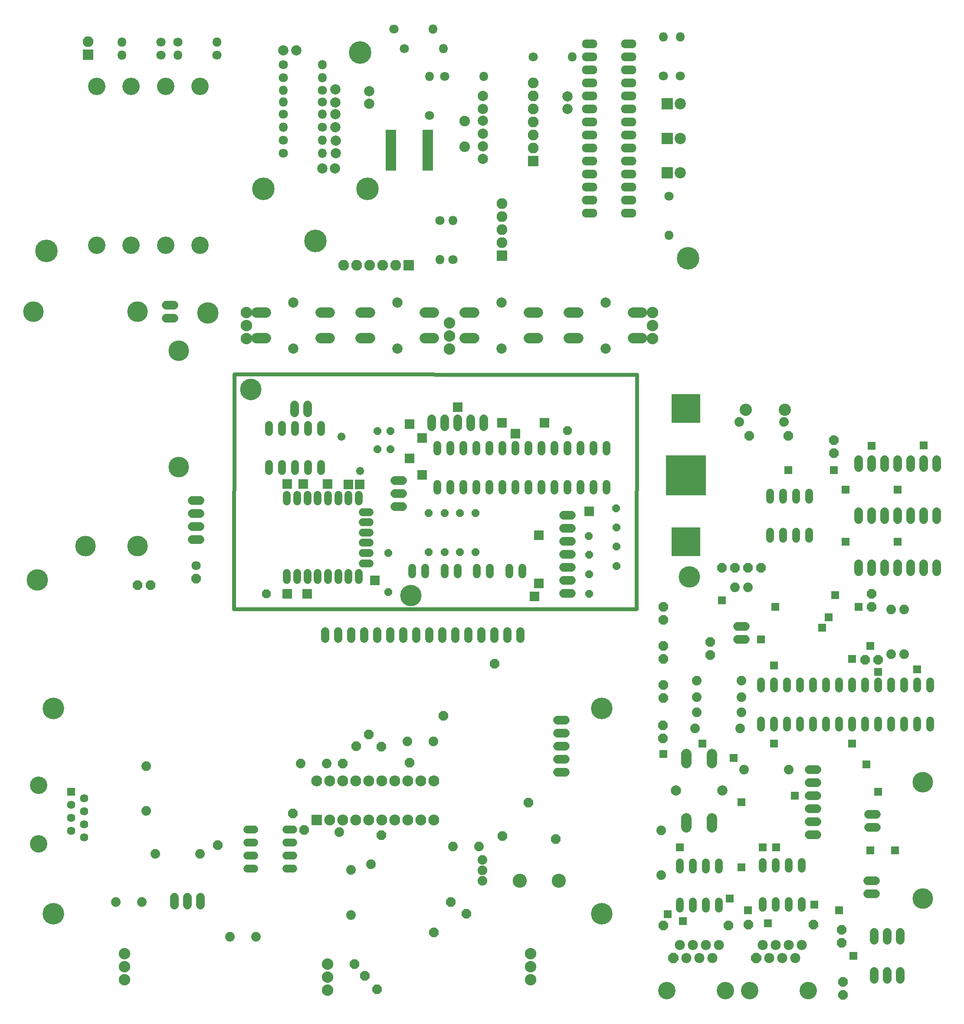
<source format=gbs>
%MOIN*%
%OFA0B0*%
%FSLAX46Y46*%
%IPPOS*%
%LPD*%
%AMOC8*
5,1,8,0,0,$1,22.5*%
%AMOC80*
5,1,8,0,0,$1,22.5*%
%AMCOMP1220*
4,1,7,
-0.01532587065323303,0.036999924786210982,
0.01532587065323303,0.036999924786210982,
0.036999924786210982,0.015325870653233032,
0.036999924786210982,-0.015325870653233029,
0.015325870653233034,-0.036999924786210982,
-0.015325870653233025,-0.036999924786210989,
-0.036999924786210975,-0.015325870653233053,
-0.036999924786210982,0.015325870653233039,
0*%
%AMOC81*
5,1,8,0,0,$1,112.5*%
%AMCOMP1270*
4,1,7,
-0.036999924786210982,-0.015325870653233029,
-0.036999924786210982,0.015325870653233032,
-0.01532587065323303,0.036999924786210982,
0.01532587065323303,0.036999924786210982,
0.036999924786210982,0.015325870653233032,
0.036999924786210989,-0.015325870653233029,
0.015325870653233049,-0.036999924786210975,
-0.015325870653233041,-0.036999924786210982,
0*%
%AMCOMP1280*
4,1,7,
-0.038999920720600774,-0.016154296093948327,
-0.038999920720600774,0.016154296093948334,
-0.01615429609394833,0.038999920720600774,
0.01615429609394833,0.038999920720600774,
0.038999920720600774,0.016154296093948334,
0.038999920720600774,-0.016154296093948327,
0.016154296093948351,-0.038999920720600767,
-0.016154296093948344,-0.038999920720600767,
0*%
%AMOC80*
5,1,8,0,0,$1,22.5*%
%AMOC81*
5,1,8,0,0,$1,112.5*%
%AMCOMP1350*
4,1,7,
-0.036999924786210982,-0.015325870653233029,
-0.036999924786210982,0.015325870653233032,
-0.01532587065323303,0.036999924786210982,
0.01532587065323303,0.036999924786210982,
0.036999924786210982,0.015325870653233032,
0.036999924786210989,-0.015325870653233029,
0.015325870653233049,-0.036999924786210975,
-0.015325870653233041,-0.036999924786210982,
0*%
%AMCOMP1360*
4,1,7,
-0.035499927835418645,-0.014704551572696551,
-0.035499927835418645,0.014704551572696557,
-0.014704551572696553,0.035499927835418645,
0.014704551572696553,0.035499927835418645,
0.035499927835418645,0.014704551572696557,
0.035499927835418651,-0.014704551572696551,
0.014704551572696574,-0.035499927835418638,
-0.014704551572696565,-0.035499927835418645,
0*%
%ADD10C,0.0785*%
%ADD11C,0.078869999999999982*%
%ADD12C,0.078999999999999987*%
%ADD13C,0.088*%
%ADD24C,0.16548*%
%ADD25C,0.074*%
%ADD26C,0.06*%
%ADD27C,0.068*%
%ADD28C,0.06737*%
%ADD29C,0.064*%
%ADD30R,0.064X0.064*%
%ADD31C,0.13398*%
%ADD32C,0.088*%
%ADD33R,0.084X0.084*%
%ADD34C,0.084*%
%ADD35C,0.108*%
%ADD36C,0.06343*%
%AMCOMP146*
4,1,7,
-0.01532587065323303,0.036999924786210982,
0.01532587065323303,0.036999924786210982,
0.036999924786210982,0.015325870653233032,
0.036999924786210982,-0.015325870653233029,
0.015325870653233034,-0.036999924786210982,
-0.015325870653233025,-0.036999924786210989,
-0.036999924786210975,-0.015325870653233053,
-0.036999924786210982,0.015325870653233039,
0*%
%ADD37COMP146,0.074*%
%ADD38C,0.16425*%
%AMCOMP147*
4,1,7,
-0.036999924786210982,-0.015325870653233029,
-0.036999924786210982,0.015325870653233032,
-0.01532587065323303,0.036999924786210982,
0.01532587065323303,0.036999924786210982,
0.036999924786210982,0.015325870653233032,
0.036999924786210989,-0.015325870653233029,
0.015325870653233049,-0.036999924786210975,
-0.015325870653233041,-0.036999924786210982,
0*%
%ADD39COMP147,0.074*%
%ADD40C,0.074*%
%ADD41C,0.06*%
%ADD42C,0.0785*%
%ADD43C,0.078869999999999982*%
%ADD44C,0.078999999999999987*%
%ADD45C,0.068*%
%ADD46R,0.22454X0.22454*%
%ADD47R,0.308X0.308*%
%ADD48C,0.078*%
%AMCOMP148*
4,1,7,
-0.038999920720600774,-0.016154296093948327,
-0.038999920720600774,0.016154296093948334,
-0.01615429609394833,0.038999920720600774,
0.01615429609394833,0.038999920720600774,
0.038999920720600774,0.016154296093948334,
0.038999920720600774,-0.016154296093948327,
0.016154296093948351,-0.038999920720600767,
-0.016154296093948344,-0.038999920720600767,
0*%
%ADD49COMP148,0.078*%
%ADD50C,0.13398*%
%ADD51C,0.15799999999999997*%
%ADD52C,0.06737*%
%ADD53C,0.094*%
%ADD54R,0.064X0.064*%
%ADD55C,0.17322834645669294*%
%ADD56C,0.13385826771653545*%
%ADD57C,0.07874015748031496*%
%ADD58R,0.086614173228346469X0.086614173228346469*%
%ADD59C,0.086614173228346469*%
%ADD60R,0.081748031496063X0.032748031496062993*%
%ADD61R,0.082677165354330714X0.082677165354330714*%
%ADD62O,0.082677165354330714X0.082677165354330714*%
%ADD63C,0.070866141732283464*%
%ADD64O,0.070866141732283464X0.070866141732283464*%
%ADD65O,0.11974803149606299X0.067748031496063*%
%ADD66C,0.081748031496063*%
%ADD67C,0.030000000000000002*%
%ADD68C,0*%
%ADD69C,0.16425*%
%ADD70P,0.064943385826771657X8X292.5*%
%ADD71P,0.064943385826771657X8X202.5*%
%ADD72C,0.060000000000000005*%
%ADD73P,0.064943385826771657X8X247.5*%
%ADD74P,0.064943385826771657X8X112.5*%
%ADD75P,0.064943385826771657X8X22.5*%
%ADD76P,0.064943385826771657X8X141.2*%
%ADD77C,0.067369960629921261*%
%ADD78C,0.067370078740157491*%
%ADD79C,0.068*%
%ADD80P,0.073602519685039378X8X22.5*%
%ADD81R,0.074X0.074*%
%ADD82C,0.16425*%
%AMCOMP149*
4,1,7,
-0.036999924786210982,-0.015325870653233029,
-0.036999924786210982,0.015325870653233032,
-0.01532587065323303,0.036999924786210982,
0.01532587065323303,0.036999924786210982,
0.036999924786210982,0.015325870653233032,
0.036999924786210989,-0.015325870653233029,
0.015325870653233049,-0.036999924786210975,
-0.015325870653233041,-0.036999924786210982,
0*%
%ADD83COMP149,0.074*%
%AMCOMP150*
4,1,7,
-0.035499927835418645,-0.014704551572696551,
-0.035499927835418645,0.014704551572696557,
-0.014704551572696553,0.035499927835418645,
0.014704551572696553,0.035499927835418645,
0.035499927835418645,0.014704551572696557,
0.035499927835418651,-0.014704551572696551,
0.014704551572696574,-0.035499927835418638,
-0.014704551572696565,-0.035499927835418645,
0*%
%ADD84COMP150,0.071*%
%ADD85C,0.071*%
%ADD86C,0.15799999999999997*%
%ADD87C,0.06737*%
G75*
D10*
X0001830950Y0005086620D02*
X0001901450Y0005086620D01*
X0002322950Y0005086620D02*
X0002393450Y0005086620D01*
X0002630930Y0005086620D02*
X0002701430Y0005086620D01*
X0003122930Y0005086620D02*
X0003193430Y0005086620D01*
X0003430900Y0005086620D02*
X0003501400Y0005086620D01*
X0003922900Y0005086620D02*
X0003993400Y0005086620D01*
X0004230950Y0005086620D02*
X0004301450Y0005086620D01*
X0004722950Y0005086620D02*
X0004793450Y0005086620D01*
X0004793450Y0005282620D02*
X0004722950Y0005282620D01*
X0004301450Y0005282620D02*
X0004230950Y0005282620D01*
X0003993400Y0005282620D02*
X0003922900Y0005282620D01*
X0003501400Y0005282620D02*
X0003430900Y0005282620D01*
X0003193430Y0005282620D02*
X0003122930Y0005282620D01*
X0002701430Y0005282620D02*
X0002630930Y0005282620D01*
X0002393450Y0005282620D02*
X0002322950Y0005282620D01*
X0001901450Y0005282620D02*
X0001830950Y0005282620D01*
D11*
X0002112200Y0005007620D03*
X0002912180Y0005007620D03*
X0003712150Y0005007620D03*
X0004512200Y0005007620D03*
D12*
X0004512200Y0005361620D03*
X0003712150Y0005361620D03*
X0002912180Y0005361620D03*
X0002112200Y0005361620D03*
D13*
X0001752420Y0005283000D03*
X0001752420Y0005182999D03*
X0001752420Y0005083000D03*
X0003312420Y0005103900D03*
X0003312420Y0005003900D03*
X0003312420Y0005203900D03*
X0004872430Y0005182709D03*
X0004872430Y0005082710D03*
X0004872430Y0005282709D03*
G04 next file*
G75*
D24*
X-0000157480Y-0000393700D02*
X0000268650Y0000668620D03*
X0000268650Y0002242620D03*
X0004481250Y0002242620D03*
X0004481250Y0000668620D03*
D25*
X0003565440Y0000921620D03*
X0003565440Y0001001620D03*
X0003565440Y0001081620D03*
X0003539440Y0001182620D03*
X0003339440Y0001182620D03*
X0002710360Y0001048700D03*
X0002556440Y0001002119D03*
X0002466760Y0001292290D03*
X0002368440Y0001821620D03*
X0002168440Y0001821620D03*
X0002989440Y0001989620D03*
X0003189440Y0001989620D03*
X0001396940Y0001128620D03*
X0001052440Y0001128620D03*
X0000981440Y0001456120D03*
X0000981440Y0001800620D03*
X0000950440Y0000756620D03*
X0000750440Y0000756620D03*
X0001627440Y0000491620D03*
X0001827440Y0000491620D03*
X0002556440Y0000657620D03*
D26*
X0002111440Y0001014620D02*
X0002059440Y0001014620D01*
X0002059440Y0001114620D02*
X0002111440Y0001114620D01*
X0002111440Y0001214620D02*
X0002059440Y0001214620D01*
X0002059440Y0001314620D02*
X0002111440Y0001314620D01*
X0001811440Y0001314620D02*
X0001759440Y0001314620D01*
X0001759440Y0001214620D02*
X0001811440Y0001214620D01*
X0001811440Y0001114620D02*
X0001759440Y0001114620D01*
X0001759440Y0001014620D02*
X0001811440Y0001014620D01*
D27*
X0001399440Y0000792620D02*
X0001399440Y0000732620D01*
X0001299440Y0000732620D02*
X0001299440Y0000792620D01*
X0001199440Y0000792620D02*
X0001199440Y0000732620D01*
D28*
X0004142750Y0001753620D02*
X0004202120Y0001753620D01*
X0004202120Y0001853620D02*
X0004142750Y0001853620D01*
X0004142750Y0001953620D02*
X0004202120Y0001953620D01*
X0004202120Y0002053620D02*
X0004142750Y0002053620D01*
X0004142750Y0002153620D02*
X0004202120Y0002153620D01*
D29*
X0000505009Y0001554440D03*
X0000405010Y0001504440D03*
X0000405010Y0001404440D03*
X0000505009Y0001454440D03*
X0000505009Y0001354440D03*
X0000405010Y0001304440D03*
X0000505009Y0001254440D03*
D30*
X0000405010Y0001604440D03*
D31*
X0000155010Y0001654440D03*
X0000155010Y0001204440D03*
D32*
X0000817740Y0000160620D03*
X0000817740Y0000260620D03*
X0000817740Y0000360619D03*
X0002377050Y0000281880D03*
X0002377050Y0000181880D03*
X0002377050Y0000081880D03*
X0003936740Y0000160620D03*
X0003936740Y0000260620D03*
X0003936740Y0000360619D03*
D33*
X0002291440Y0001387620D03*
D34*
X0002391440Y0001387620D03*
X0002491440Y0001387620D03*
X0002591440Y0001387620D03*
X0002691440Y0001387620D03*
X0002791440Y0001387620D03*
X0002891440Y0001387620D03*
X0002991440Y0001387620D03*
X0003091440Y0001387620D03*
X0003191440Y0001387620D03*
X0003191440Y0001687620D03*
X0003091440Y0001687620D03*
X0002991440Y0001687620D03*
X0002891440Y0001687620D03*
X0002791440Y0001687620D03*
X0002691440Y0001687620D03*
X0002591440Y0001687620D03*
X0002491440Y0001687620D03*
X0002391440Y0001687620D03*
X0002291440Y0001687620D03*
D35*
X0003851440Y0000920619D03*
X0004151440Y0000920619D03*
D36*
X0003856440Y0002781900D02*
X0003856440Y0002837340D01*
X0003756440Y0002837340D02*
X0003756440Y0002781900D01*
X0003656439Y0002781900D02*
X0003656439Y0002837340D01*
X0003556440Y0002837340D02*
X0003556440Y0002781900D01*
X0003456440Y0002781900D02*
X0003456440Y0002837340D01*
X0003356440Y0002837340D02*
X0003356440Y0002781900D01*
X0003256439Y0002781900D02*
X0003256439Y0002837340D01*
X0003156440Y0002837340D02*
X0003156440Y0002781900D01*
X0003056440Y0002781900D02*
X0003056440Y0002837340D01*
X0002956440Y0002837340D02*
X0002956440Y0002781900D01*
X0002856439Y0002781900D02*
X0002856439Y0002837340D01*
X0002756440Y0002837340D02*
X0002756440Y0002781900D01*
X0002656440Y0002781900D02*
X0002656440Y0002837340D01*
X0002556440Y0002837340D02*
X0002556440Y0002781900D01*
X0002456440Y0002781900D02*
X0002456440Y0002837340D01*
X0002356440Y0002837340D02*
X0002356440Y0002781900D01*
D37*
X0003265440Y0002187620D03*
X0002790440Y0001950620D03*
X0002692440Y0002044620D03*
X0002596440Y0001952620D03*
X0002493440Y0001819620D03*
X0003004440Y0001827620D03*
X0002790440Y0001271620D03*
X0002195440Y0001310620D03*
X0002110440Y0001437620D03*
X0001533440Y0001194620D03*
X0002582440Y0000280620D03*
X0002663440Y0000189619D03*
X0002755440Y0000088620D03*
X0003191440Y0000523620D03*
X0003192440Y0000522620D03*
X0003443440Y0000667620D03*
X0003322440Y0000758620D03*
X0003718440Y0001264620D03*
X0003920440Y0001521620D03*
X0004130440Y0001241620D03*
X0003658440Y0002588619D03*
G04 next file*
G75*
D38*
X0007795270Y-0000236220D02*
X0005155939Y0003254700D03*
D39*
X0004955940Y0003024700D03*
X0004955940Y0002924700D03*
X0004955940Y0002724700D03*
X0004955940Y0002624700D03*
X0004955940Y0002424700D03*
X0004955940Y0002324700D03*
X0004953440Y0002113450D03*
X0004953440Y0002013450D03*
X0005315940Y0002654700D03*
X0005315940Y0002754700D03*
X0005405940Y0003324700D03*
X0005505940Y0003324700D03*
X0005605940Y0003324700D03*
X0005705940Y0003324700D03*
X0005617190Y0004335950D03*
X0005917190Y0004335950D03*
X0006265940Y0004304700D03*
X0006265940Y0004204700D03*
X0006555940Y0003124700D03*
X0006555940Y0003024700D03*
X0006605940Y0002618450D03*
X0006505940Y0002618450D03*
X0006110940Y0000582200D03*
X0006325940Y0000544700D03*
X0006325940Y0000444700D03*
X0006335940Y0000144700D03*
X0006335940Y0000044700D03*
X0005610940Y0000582200D03*
X0005455940Y0000577200D03*
X0004955940Y0000577200D03*
D40*
X0004939690Y0000962700D03*
X0004939690Y0001307200D03*
X0005200190Y0002090949D03*
X0005212190Y0002213450D03*
X0005212190Y0002330950D03*
X0005212190Y0002458450D03*
X0005556690Y0002458450D03*
X0005556690Y0002330950D03*
X0005556690Y0002213450D03*
X0005544690Y0002090949D03*
X0005574760Y0001775140D03*
X0005919260Y0001775140D03*
X0006705940Y0002659700D03*
X0006805940Y0002659700D03*
X0006805940Y0003004200D03*
X0006705940Y0003004200D03*
X0005883440Y0004442200D03*
X0005538940Y0004442200D03*
X0005505940Y0003174700D03*
X0005605940Y0003174700D03*
D41*
X0005775940Y0003548700D02*
X0005775940Y0003600700D01*
X0005875940Y0003600700D02*
X0005875940Y0003548700D01*
X0005975940Y0003548700D02*
X0005975940Y0003600700D01*
X0006075940Y0003600700D02*
X0006075940Y0003548700D01*
X0006075940Y0003848700D02*
X0006075940Y0003900699D01*
X0005975940Y0003900699D02*
X0005975940Y0003848700D01*
X0005875940Y0003848700D02*
X0005875940Y0003900699D01*
X0005775940Y0003900699D02*
X0005775940Y0003848700D01*
X0005805940Y0002450700D02*
X0005805940Y0002398700D01*
X0005705940Y0002398700D02*
X0005705940Y0002450700D01*
X0005705940Y0002150700D02*
X0005705940Y0002098700D01*
X0005805940Y0002098700D02*
X0005805940Y0002150700D01*
X0005905940Y0002150700D02*
X0005905940Y0002098700D01*
X0006005940Y0002098700D02*
X0006005940Y0002150700D01*
X0006105940Y0002150700D02*
X0006105940Y0002098700D01*
X0006205940Y0002098700D02*
X0006205940Y0002150700D01*
X0006305940Y0002150700D02*
X0006305940Y0002098700D01*
X0006405940Y0002098700D02*
X0006405940Y0002150700D01*
X0006505940Y0002150700D02*
X0006505940Y0002098700D01*
X0006605940Y0002098700D02*
X0006605940Y0002150700D01*
X0006705940Y0002150700D02*
X0006705940Y0002098700D01*
X0006805940Y0002098700D02*
X0006805940Y0002150700D01*
X0006905940Y0002150700D02*
X0006905940Y0002098700D01*
X0007005940Y0002098700D02*
X0007005940Y0002150700D01*
X0007005940Y0002398700D02*
X0007005940Y0002450700D01*
X0006905940Y0002450700D02*
X0006905940Y0002398700D01*
X0006805940Y0002398700D02*
X0006805940Y0002450700D01*
X0006705940Y0002450700D02*
X0006705940Y0002398700D01*
X0006605940Y0002398700D02*
X0006605940Y0002450700D01*
X0006505940Y0002450700D02*
X0006505940Y0002398700D01*
X0006405940Y0002398700D02*
X0006405940Y0002450700D01*
X0006305940Y0002450700D02*
X0006305940Y0002398700D01*
X0006205940Y0002398700D02*
X0006205940Y0002450700D01*
X0006105940Y0002450700D02*
X0006105940Y0002398700D01*
X0006005940Y0002398700D02*
X0006005940Y0002450700D01*
X0005905940Y0002450700D02*
X0005905940Y0002398700D01*
X0005919690Y0001064450D02*
X0005919690Y0001012450D01*
X0006019689Y0001012450D02*
X0006019689Y0001064450D01*
X0005819690Y0001064450D02*
X0005819690Y0001012450D01*
X0005719690Y0001012450D02*
X0005719690Y0001064450D01*
X0005719690Y0000764450D02*
X0005719690Y0000712450D01*
X0005819690Y0000712450D02*
X0005819690Y0000764450D01*
X0005919690Y0000764450D02*
X0005919690Y0000712450D01*
X0006019689Y0000712450D02*
X0006019689Y0000764450D01*
X0005382190Y0000759450D02*
X0005382190Y0000707450D01*
X0005282190Y0000707450D02*
X0005282190Y0000759450D01*
X0005182190Y0000759450D02*
X0005182190Y0000707450D01*
X0005082190Y0000707450D02*
X0005082190Y0000759450D01*
X0005082190Y0001007450D02*
X0005082190Y0001059450D01*
X0005182190Y0001059450D02*
X0005182190Y0001007450D01*
X0005282190Y0001007450D02*
X0005282190Y0001059450D01*
X0005382190Y0001059450D02*
X0005382190Y0001007450D01*
D42*
X0005328940Y0001330950D02*
X0005328940Y0001401449D01*
X0005132940Y0001401449D02*
X0005132940Y0001330950D01*
X0005132940Y0001822949D02*
X0005132940Y0001893450D01*
X0005328940Y0001893450D02*
X0005328940Y0001822949D01*
D43*
X0005407940Y0001612200D03*
D44*
X0005053940Y0001612200D03*
D45*
X0005525940Y0002774700D02*
X0005585940Y0002774700D01*
X0005585940Y0002874700D02*
X0005525940Y0002874700D01*
X0006075940Y0001774700D02*
X0006135940Y0001774700D01*
X0006135940Y0001674700D02*
X0006075940Y0001674700D01*
X0006075940Y0001574700D02*
X0006135940Y0001574700D01*
X0006135940Y0001474700D02*
X0006075940Y0001474700D01*
X0006075940Y0001374700D02*
X0006135940Y0001374700D01*
X0006135940Y0001274700D02*
X0006075940Y0001274700D01*
X0006575940Y0000524700D02*
X0006575940Y0000464700D01*
X0006675940Y0000464700D02*
X0006675940Y0000524700D01*
X0006775940Y0000524700D02*
X0006775940Y0000464700D01*
X0006775940Y0000224700D02*
X0006775940Y0000164699D01*
X0006675940Y0000164699D02*
X0006675940Y0000224700D01*
X0006575940Y0000224700D02*
X0006575940Y0000164699D01*
D46*
X0005128439Y0003522880D03*
X0005128439Y0004546510D03*
D47*
X0005128439Y0004034700D03*
D48*
X0005082120Y0000426270D03*
X0005132120Y0000326270D03*
X0005182120Y0000426270D03*
X0005232120Y0000326270D03*
X0005282120Y0000426270D03*
X0005332120Y0000326270D03*
X0005382120Y0000426270D03*
X0005719620Y0000426270D03*
X0005769620Y0000326270D03*
X0005819620Y0000426270D03*
X0005869620Y0000326270D03*
X0005919620Y0000426270D03*
X0005969620Y0000326270D03*
X0006019620Y0000426270D03*
D49*
X0005669620Y0000326270D03*
X0005032120Y0000326270D03*
D50*
X0004982120Y0000076270D03*
X0005432120Y0000076270D03*
X0005619620Y0000076270D03*
X0006069620Y0000076270D03*
D51*
X0006949840Y0000782310D03*
X0006949840Y0001676010D03*
D52*
X0006591870Y0001429700D02*
X0006532499Y0001429700D01*
X0006532499Y0001329700D02*
X0006591870Y0001329700D01*
X0006586870Y0000919700D02*
X0006527500Y0000919700D01*
X0006527500Y0000819700D02*
X0006586870Y0000819700D01*
X0006555940Y0003295010D02*
X0006555940Y0003354380D01*
X0006655940Y0003354380D02*
X0006655940Y0003295010D01*
X0006755940Y0003295010D02*
X0006755940Y0003354380D01*
X0006855940Y0003354380D02*
X0006855940Y0003295010D01*
X0006955940Y0003295010D02*
X0006955940Y0003354380D01*
X0007055940Y0003354380D02*
X0007055940Y0003295010D01*
X0007055940Y0003695010D02*
X0007055940Y0003754380D01*
X0006955940Y0003754380D02*
X0006955940Y0003695010D01*
X0006855940Y0003695010D02*
X0006855940Y0003754380D01*
X0006755940Y0003754380D02*
X0006755940Y0003695010D01*
X0006655940Y0003695010D02*
X0006655940Y0003754380D01*
X0006555940Y0003754380D02*
X0006555940Y0003695010D01*
X0006455940Y0003695010D02*
X0006455940Y0003754380D01*
X0006455940Y0004095010D02*
X0006455940Y0004154379D01*
X0006555940Y0004154379D02*
X0006555940Y0004095010D01*
X0006655940Y0004095010D02*
X0006655940Y0004154379D01*
X0006755940Y0004154379D02*
X0006755940Y0004095010D01*
X0006855940Y0004095010D02*
X0006855940Y0004154379D01*
X0006955940Y0004154379D02*
X0006955940Y0004095010D01*
X0007055940Y0004095010D02*
X0007055940Y0004154379D01*
X0006455940Y0003354380D02*
X0006455940Y0003295010D01*
D53*
X0005888440Y0004537200D03*
X0005588439Y0004537200D03*
D54*
X0005914690Y0004074700D03*
X0006265940Y0004074700D03*
X0006355940Y0003924699D03*
X0006555940Y0004259700D03*
X0006755940Y0003924699D03*
X0006955940Y0004264700D03*
X0006755940Y0003524700D03*
X0006455940Y0003024700D03*
X0006275940Y0003114700D03*
X0006225940Y0002944700D03*
X0006175939Y0002864700D03*
X0006405940Y0002624700D03*
X0006545940Y0002724700D03*
X0006605940Y0002524700D03*
X0006905940Y0002542200D03*
X0006515939Y0001814700D03*
X0006405940Y0001974700D03*
X0006605940Y0001604700D03*
X0006545940Y0001154700D03*
X0006735940Y0001154700D03*
X0006305940Y0000694700D03*
X0006117190Y0000738450D03*
X0005823440Y0001177200D03*
X0005719690Y0001175950D03*
X0005555940Y0001024700D03*
X0005464690Y0000784700D03*
X0005605940Y0000694700D03*
X0005758440Y0000593450D03*
X0005555940Y0001524700D03*
X0005495939Y0001865200D03*
X0005255939Y0001974700D03*
X0004955940Y0001894700D03*
X0005083440Y0001175950D03*
X0004990940Y0000663450D03*
X0005105940Y0000610950D03*
X0005805940Y0001974700D03*
X0005965940Y0001574700D03*
X0005805940Y0002574700D03*
X0005705940Y0002774700D03*
X0005815940Y0003024700D03*
X0005405940Y0003074700D03*
X0006355940Y0003524700D03*
X0006415940Y0000344699D03*
G04 next file*
G04 #@! TF.GenerationSoftware,KiCad,Pcbnew,(5.0.0)*
G04 #@! TF.CreationDate,2019-03-14T19:33:34-04:00*
G04 #@! TF.ProjectId,Power Sense 3.0,506F7765722053656E736520332E302E,rev?*
G04 #@! TF.SameCoordinates,Original*
G04 #@! TF.FileFunction,Soldermask,Bot*
G04 #@! TF.FilePolarity,Negative*
G04 Gerber Fmt 4.6, Leading zero omitted, Abs format (unit mm)*
G04 Created by KiCad (PCBNEW (5.0.0)) date 03/14/19 19:33:34*
G01*
G04 APERTURE LIST*
G04 APERTURE END LIST*
D55*
G04 #@! TO.C,REF\002A\002A*
X-0002480314Y0009606299D02*
X0000214685Y0005756299D03*
G04 #@! TD*
D56*
G04 #@! TO.C,T2*
X0001397185Y0007021299D03*
X0001132185Y0007021299D03*
X0000867185Y0007021299D03*
X0000602185Y0007021299D03*
X0001397185Y0005801299D03*
X0001132185Y0005801299D03*
X0000867185Y0005801299D03*
X0000602185Y0005801299D03*
G04 #@! TD*
D57*
G04 #@! TO.C,C1*
X0002439685Y0006506299D03*
X0002439685Y0006604724D03*
G04 #@! TD*
G04 #@! TO.C,C2*
X0002434685Y0006806299D03*
X0002434685Y0006707874D03*
G04 #@! TD*
G04 #@! TO.C,C3*
X0002434685Y0006897874D03*
X0002434685Y0006996299D03*
G04 #@! TD*
G04 #@! TO.C,C4*
X0002134685Y0007296299D03*
X0002036259Y0007296299D03*
G04 #@! TD*
G04 #@! TO.C,C5*
X0002694685Y0006984724D03*
X0002694685Y0006886299D03*
G04 #@! TD*
G04 #@! TO.C,C6*
X0002334685Y0006391299D03*
X0002433110Y0006391299D03*
G04 #@! TD*
G04 #@! TO.C,C7*
X0003569685Y0006946299D03*
X0003569685Y0006847874D03*
G04 #@! TD*
G04 #@! TO.C,C8*
X0003569685Y0006561299D03*
X0003569685Y0006462873D03*
G04 #@! TD*
G04 #@! TO.C,C9*
X0003569685Y0006756299D03*
X0003569685Y0006657874D03*
G04 #@! TD*
G04 #@! TO.C,C10*
X0004219685Y0006846299D03*
X0004219685Y0006944724D03*
G04 #@! TD*
D58*
G04 #@! TO.C,D1*
X0004984685Y0006356299D03*
D59*
X0005084685Y0006356299D03*
G04 #@! TD*
D58*
G04 #@! TO.C,D2*
X0004984685Y0006886299D03*
D59*
X0005084685Y0006886299D03*
G04 #@! TD*
D58*
G04 #@! TO.C,D3*
X0004984685Y0006621299D03*
D59*
X0005084685Y0006621299D03*
G04 #@! TD*
D60*
G04 #@! TO.C,IC1*
X0002862185Y0006390551D03*
X0002862185Y0006416141D03*
X0002862185Y0006441732D03*
X0002862185Y0006467322D03*
X0002862185Y0006492913D03*
X0002862185Y0006518503D03*
X0002862185Y0006544094D03*
X0002862185Y0006569685D03*
X0002862185Y0006595275D03*
X0002862185Y0006620866D03*
X0002862185Y0006646456D03*
X0002862185Y0006672047D03*
X0003147185Y0006672047D03*
X0003147185Y0006646456D03*
X0003147185Y0006620866D03*
X0003147185Y0006595275D03*
X0003147185Y0006569685D03*
X0003147185Y0006544094D03*
X0003147185Y0006518504D03*
X0003147185Y0006492913D03*
X0003147185Y0006467322D03*
X0003147185Y0006441732D03*
X0003147185Y0006416141D03*
X0003147185Y0006390551D03*
G04 #@! TD*
D61*
G04 #@! TO.C,J1*
X0000537685Y0007263299D03*
D62*
X0000537685Y0007363299D03*
G04 #@! TD*
D61*
G04 #@! TO.C,J2*
X0003714685Y0005721299D03*
D62*
X0003714685Y0005821299D03*
X0003714685Y0005921299D03*
X0003714685Y0006021299D03*
X0003714685Y0006121299D03*
G04 #@! TD*
D63*
G04 #@! TO.C,R2*
X0002034685Y0006506299D03*
D64*
X0002334685Y0006506299D03*
G04 #@! TD*
D63*
G04 #@! TO.C,R3*
X0002334685Y0006706299D03*
D64*
X0002034685Y0006706299D03*
G04 #@! TD*
D63*
G04 #@! TO.C,R6*
X0002034685Y0006606299D03*
D64*
X0002334685Y0006606299D03*
G04 #@! TD*
D63*
G04 #@! TO.C,R7*
X0002034685Y0006806299D03*
D64*
X0002334685Y0006806299D03*
G04 #@! TD*
D63*
G04 #@! TO.C,R8*
X0002034685Y0007086299D03*
D64*
X0002334685Y0007086299D03*
G04 #@! TD*
D63*
G04 #@! TO.C,R9*
X0002034685Y0007186299D03*
D64*
X0002334685Y0007186299D03*
G04 #@! TD*
D63*
G04 #@! TO.C,R10*
X0004999685Y0006176299D03*
D64*
X0004999685Y0005876299D03*
G04 #@! TD*
D63*
G04 #@! TO.C,R11*
X0003239685Y0005991299D03*
D64*
X0003239685Y0005691299D03*
G04 #@! TD*
D63*
G04 #@! TO.C,R13*
X0003339685Y0005691299D03*
D64*
X0003339685Y0005991299D03*
G04 #@! TD*
D63*
G04 #@! TO.C,R14*
X0003274685Y0007096299D03*
D64*
X0003574685Y0007096299D03*
G04 #@! TD*
D63*
G04 #@! TO.C,R17*
X0002884685Y0007461299D03*
D64*
X0003184685Y0007461299D03*
G04 #@! TD*
D63*
G04 #@! TO.C,R18*
X0002964685Y0007311299D03*
D64*
X0003264685Y0007311299D03*
G04 #@! TD*
D63*
G04 #@! TO.C,R19*
X0003954685Y0007246299D03*
D64*
X0004254685Y0007246299D03*
G04 #@! TD*
D63*
G04 #@! TO.C,R21*
X0003159685Y0006796299D03*
D64*
X0003159685Y0007096299D03*
G04 #@! TD*
D63*
G04 #@! TO.C,R22*
X0005084685Y0007101299D03*
D64*
X0005084685Y0007401299D03*
G04 #@! TD*
D63*
G04 #@! TO.C,R23*
X0004954685Y0007101299D03*
D64*
X0004954685Y0007401299D03*
G04 #@! TD*
D55*
G04 #@! TO.C,T1*
X0002282185Y0005834192D03*
X0001882185Y0006233405D03*
X0002682185Y0006233405D03*
G04 #@! TD*
D65*
G04 #@! TO.C,U1*
X0004689685Y0006046299D03*
X0004689685Y0006146299D03*
X0004689685Y0006246299D03*
X0004689685Y0006346299D03*
X0004689685Y0006446299D03*
X0004689685Y0006546299D03*
X0004689685Y0006646299D03*
X0004689685Y0006746299D03*
X0004689685Y0006846299D03*
X0004689685Y0006946299D03*
X0004689685Y0007046299D03*
X0004689685Y0007146299D03*
X0004689685Y0007246299D03*
X0004689685Y0007346299D03*
X0004389685Y0007346299D03*
X0004389685Y0007246299D03*
X0004389685Y0007146299D03*
X0004389685Y0007046299D03*
X0004389685Y0006946299D03*
X0004389685Y0006846299D03*
X0004389685Y0006746299D03*
X0004389685Y0006646299D03*
X0004389685Y0006546299D03*
X0004389685Y0006446299D03*
X0004389685Y0006346299D03*
X0004389685Y0006246299D03*
X0004389685Y0006146299D03*
X0004389685Y0006046299D03*
G04 #@! TD*
D66*
G04 #@! TO.C,Y1*
X0003429685Y0006557874D03*
X0003429685Y0006754724D03*
G04 #@! TD*
D63*
G04 #@! TO.C,R12*
X0002334685Y0006991299D03*
D64*
X0002034685Y0006991299D03*
G04 #@! TD*
D63*
G04 #@! TO.C,R1*
X0001524685Y0007261299D03*
D64*
X0001224685Y0007261299D03*
G04 #@! TD*
D63*
G04 #@! TO.C,R4*
X0001224685Y0007361299D03*
D64*
X0001524685Y0007361299D03*
G04 #@! TD*
G04 #@! TO.C,R5*
X0002034685Y0006901299D03*
D63*
X0002334685Y0006901299D03*
G04 #@! TD*
D62*
G04 #@! TO.C,J4*
X0002499685Y0005646299D03*
X0002599685Y0005646299D03*
X0002699685Y0005646299D03*
X0002799685Y0005646299D03*
X0002899685Y0005646299D03*
D61*
X0002999685Y0005646299D03*
G04 #@! TD*
D63*
G04 #@! TO.C,R20*
X0001094685Y0007261299D03*
D64*
X0000794685Y0007261299D03*
G04 #@! TD*
G04 #@! TO.C,R24*
X0000794685Y0007361299D03*
D63*
X0001094685Y0007361299D03*
G04 #@! TD*
D61*
G04 #@! TO.C,J3*
X0003954685Y0006446299D03*
D62*
X0003954685Y0006546299D03*
X0003954685Y0006646299D03*
X0003954685Y0006746299D03*
X0003954685Y0006846299D03*
X0003954685Y0006946299D03*
X0003954685Y0007046299D03*
G04 #@! TD*
D55*
G04 #@! TO.C,REF\002A\002A*
X0005144685Y0005701299D03*
G04 #@! TD*
G04 #@! TO.C,REF\002A\002A*
X0002624685Y0007281299D03*
G04 #@! TD*
G04 next file*
G04 EAGLE Gerber RS-274X export*
G75*
G01*
D67*
X0001657543Y0003007377D02*
X0004750043Y0003007377D01*
X0004752582Y0004808456D01*
X0001660082Y0004810996D01*
X0001657543Y0003007377D01*
D68*
X0001707496Y0004692657D02*
X0001707519Y0004694574D01*
X0001707590Y0004696492D01*
X0001707708Y0004698405D01*
X0001707874Y0004700314D01*
X0001708082Y0004702220D01*
X0001708342Y0004704122D01*
X0001708645Y0004706015D01*
X0001708996Y0004707897D01*
X0001709393Y0004709775D01*
X0001709838Y0004711641D01*
X0001710326Y0004713496D01*
X0001710854Y0004715334D01*
X0001711440Y0004717165D01*
X0001712062Y0004718976D01*
X0001712732Y0004720775D01*
X0001713444Y0004722555D01*
X0001714196Y0004724318D01*
X0001714992Y0004726059D01*
X0001715838Y0004727783D01*
X0001716720Y0004729484D01*
X0001717645Y0004731165D01*
X0001718610Y0004732822D01*
X0001719618Y0004734452D01*
X0001720661Y0004736062D01*
X0001721748Y0004737641D01*
X0001722870Y0004739196D01*
X0001724031Y0004740724D01*
X0001725228Y0004742220D01*
X0001726464Y0004743688D01*
X0001727736Y0004745122D01*
X0001729039Y0004746527D01*
X0001730377Y0004747901D01*
X0001731751Y0004749240D01*
X0001733157Y0004750543D01*
X0001734590Y0004751814D01*
X0001736059Y0004753051D01*
X0001737551Y0004754248D01*
X0001739082Y0004755409D01*
X0001740637Y0004756531D01*
X0001742216Y0004757618D01*
X0001743826Y0004758661D01*
X0001745456Y0004759669D01*
X0001747114Y0004760633D01*
X0001748795Y0004761559D01*
X0001750496Y0004762440D01*
X0001752220Y0004763283D01*
X0001753960Y0004764082D01*
X0001755724Y0004764834D01*
X0001757503Y0004765547D01*
X0001759303Y0004766216D01*
X0001761114Y0004766838D01*
X0001762940Y0004767421D01*
X0001764783Y0004767952D01*
X0001766637Y0004768440D01*
X0001768503Y0004768885D01*
X0001770381Y0004769283D01*
X0001772263Y0004769633D01*
X0001774157Y0004769937D01*
X0001776059Y0004770196D01*
X0001777964Y0004770405D01*
X0001779870Y0004770570D01*
X0001781783Y0004770688D01*
X0001783704Y0004770759D01*
X0001785622Y0004770783D01*
X0001787539Y0004770759D01*
X0001789456Y0004770688D01*
X0001791370Y0004770570D01*
X0001793279Y0004770405D01*
X0001795185Y0004770196D01*
X0001797086Y0004769937D01*
X0001798980Y0004769633D01*
X0001800862Y0004769283D01*
X0001802740Y0004768885D01*
X0001804606Y0004768440D01*
X0001806460Y0004767952D01*
X0001808299Y0004767421D01*
X0001810129Y0004766838D01*
X0001811940Y0004766216D01*
X0001813740Y0004765547D01*
X0001815515Y0004764834D01*
X0001817283Y0004764082D01*
X0001819023Y0004763283D01*
X0001820748Y0004762440D01*
X0001822448Y0004761559D01*
X0001824129Y0004760633D01*
X0001825787Y0004759669D01*
X0001827417Y0004758661D01*
X0001829027Y0004757618D01*
X0001830606Y0004756531D01*
X0001832161Y0004755409D01*
X0001833688Y0004754248D01*
X0001835185Y0004753051D01*
X0001836649Y0004751814D01*
X0001838082Y0004750543D01*
X0001839492Y0004749240D01*
X0001840866Y0004747901D01*
X0001842204Y0004746527D01*
X0001843507Y0004745122D01*
X0001844779Y0004743688D01*
X0001846015Y0004742220D01*
X0001847212Y0004740724D01*
X0001848374Y0004739196D01*
X0001849492Y0004737641D01*
X0001850582Y0004736062D01*
X0001851625Y0004734452D01*
X0001852633Y0004732822D01*
X0001853598Y0004731165D01*
X0001854523Y0004729484D01*
X0001855405Y0004727783D01*
X0001856248Y0004726059D01*
X0001857043Y0004724318D01*
X0001857799Y0004722555D01*
X0001858511Y0004720775D01*
X0001859181Y0004718976D01*
X0001859803Y0004717165D01*
X0001860385Y0004715334D01*
X0001860917Y0004713496D01*
X0001861405Y0004711641D01*
X0001861846Y0004709775D01*
X0001862248Y0004707897D01*
X0001862598Y0004706015D01*
X0001862901Y0004704122D01*
X0001863161Y0004702220D01*
X0001863370Y0004700314D01*
X0001863531Y0004698405D01*
X0001863649Y0004696492D01*
X0001863724Y0004694574D01*
X0001863748Y0004692657D01*
X0001863724Y0004690740D01*
X0001863649Y0004688822D01*
X0001863531Y0004686909D01*
X0001863370Y0004685000D01*
X0001863161Y0004683094D01*
X0001862901Y0004681192D01*
X0001862598Y0004679299D01*
X0001862248Y0004677417D01*
X0001861846Y0004675539D01*
X0001861405Y0004673673D01*
X0001860917Y0004671818D01*
X0001860385Y0004669980D01*
X0001859803Y0004668149D01*
X0001859181Y0004666338D01*
X0001858511Y0004664539D01*
X0001857799Y0004662759D01*
X0001857043Y0004660996D01*
X0001856248Y0004659255D01*
X0001855405Y0004657531D01*
X0001854523Y0004655830D01*
X0001853598Y0004654149D01*
X0001852633Y0004652492D01*
X0001851625Y0004650862D01*
X0001850582Y0004649251D01*
X0001849492Y0004647673D01*
X0001848374Y0004646118D01*
X0001847212Y0004644590D01*
X0001846015Y0004643094D01*
X0001844779Y0004641625D01*
X0001843507Y0004640192D01*
X0001842204Y0004638787D01*
X0001840866Y0004637413D01*
X0001839492Y0004636074D01*
X0001838082Y0004634771D01*
X0001836649Y0004633500D01*
X0001835185Y0004632263D01*
X0001833688Y0004631066D01*
X0001832161Y0004629905D01*
X0001830606Y0004628783D01*
X0001829027Y0004627696D01*
X0001827417Y0004626653D01*
X0001825787Y0004625645D01*
X0001824129Y0004624681D01*
X0001822448Y0004623755D01*
X0001820748Y0004622874D01*
X0001819023Y0004622031D01*
X0001817283Y0004621232D01*
X0001815515Y0004620480D01*
X0001813740Y0004619767D01*
X0001811940Y0004619098D01*
X0001810129Y0004618476D01*
X0001808299Y0004617893D01*
X0001806460Y0004617362D01*
X0001804606Y0004616874D01*
X0001802740Y0004616429D01*
X0001800862Y0004616031D01*
X0001798980Y0004615681D01*
X0001797086Y0004615377D01*
X0001795185Y0004615118D01*
X0001793279Y0004614909D01*
X0001791370Y0004614744D01*
X0001789456Y0004614625D01*
X0001787539Y0004614555D01*
X0001785622Y0004614531D01*
X0001783704Y0004614555D01*
X0001781783Y0004614625D01*
X0001779870Y0004614744D01*
X0001777964Y0004614909D01*
X0001776059Y0004615118D01*
X0001774157Y0004615377D01*
X0001772263Y0004615681D01*
X0001770381Y0004616031D01*
X0001768503Y0004616429D01*
X0001766637Y0004616874D01*
X0001764783Y0004617362D01*
X0001762940Y0004617893D01*
X0001761114Y0004618476D01*
X0001759303Y0004619098D01*
X0001757503Y0004619767D01*
X0001755724Y0004620480D01*
X0001753960Y0004621232D01*
X0001752220Y0004622031D01*
X0001750496Y0004622874D01*
X0001748795Y0004623755D01*
X0001747114Y0004624681D01*
X0001745456Y0004625645D01*
X0001743826Y0004626653D01*
X0001742216Y0004627696D01*
X0001740637Y0004628783D01*
X0001739082Y0004629905D01*
X0001737551Y0004631066D01*
X0001736059Y0004632263D01*
X0001734590Y0004633500D01*
X0001733157Y0004634771D01*
X0001731751Y0004636074D01*
X0001730377Y0004637413D01*
X0001729039Y0004638787D01*
X0001727736Y0004640192D01*
X0001726464Y0004641625D01*
X0001725228Y0004643094D01*
X0001724031Y0004644590D01*
X0001722870Y0004646118D01*
X0001721748Y0004647673D01*
X0001720661Y0004649251D01*
X0001719618Y0004650862D01*
X0001718610Y0004652492D01*
X0001717645Y0004654149D01*
X0001716720Y0004655830D01*
X0001715838Y0004657531D01*
X0001714992Y0004659255D01*
X0001714196Y0004660996D01*
X0001713444Y0004662759D01*
X0001712732Y0004664539D01*
X0001712062Y0004666338D01*
X0001711440Y0004668149D01*
X0001710854Y0004669980D01*
X0001710326Y0004671818D01*
X0001709838Y0004673673D01*
X0001709393Y0004675539D01*
X0001708996Y0004677417D01*
X0001708645Y0004679299D01*
X0001708342Y0004681192D01*
X0001708082Y0004683094D01*
X0001707874Y0004685000D01*
X0001707708Y0004686909D01*
X0001707590Y0004688822D01*
X0001707519Y0004690740D01*
X0001707496Y0004692657D01*
D69*
X0001785622Y0004692657D03*
D68*
X0002936858Y0003110236D02*
X0002936881Y0003112153D01*
X0002936952Y0003114066D01*
X0002937066Y0003115984D01*
X0002937236Y0003117893D01*
X0002937440Y0003119795D01*
X0002937704Y0003121700D01*
X0002938007Y0003123594D01*
X0002938358Y0003125476D01*
X0002938751Y0003127354D01*
X0002939200Y0003129220D01*
X0002939688Y0003131074D01*
X0002940220Y0003132909D01*
X0002940803Y0003134744D01*
X0002941425Y0003136555D01*
X0002942090Y0003138354D01*
X0002942807Y0003140133D01*
X0002943559Y0003141897D01*
X0002944358Y0003143637D01*
X0002945200Y0003145362D01*
X0002946082Y0003147062D01*
X0002947007Y0003148744D01*
X0002947972Y0003150401D01*
X0002948980Y0003152031D01*
X0002950023Y0003153637D01*
X0002951110Y0003155220D01*
X0002952232Y0003156771D01*
X0002953393Y0003158303D01*
X0002954590Y0003159799D01*
X0002955826Y0003161267D01*
X0002957098Y0003162700D01*
X0002958401Y0003164106D01*
X0002959740Y0003165480D01*
X0002961114Y0003166818D01*
X0002962515Y0003168122D01*
X0002963952Y0003169393D01*
X0002965417Y0003170625D01*
X0002966917Y0003171826D01*
X0002968444Y0003172988D01*
X0002970000Y0003174110D01*
X0002971578Y0003175196D01*
X0002973188Y0003176240D01*
X0002974818Y0003177248D01*
X0002976472Y0003178212D01*
X0002978157Y0003179137D01*
X0002979858Y0003180019D01*
X0002981582Y0003180862D01*
X0002983322Y0003181661D01*
X0002985086Y0003182413D01*
X0002986866Y0003183125D01*
X0002988665Y0003183795D01*
X0002990476Y0003184413D01*
X0002992307Y0003185000D01*
X0002994145Y0003185531D01*
X0002996000Y0003186019D01*
X0002997866Y0003186464D01*
X0002999744Y0003186862D01*
X0003001625Y0003187212D01*
X0003003519Y0003187515D01*
X0003005421Y0003187775D01*
X0003007326Y0003187984D01*
X0003009236Y0003188149D01*
X0003011149Y0003188267D01*
X0003013066Y0003188338D01*
X0003014984Y0003188358D01*
X0003016901Y0003188338D01*
X0003018818Y0003188267D01*
X0003020728Y0003188149D01*
X0003022641Y0003187984D01*
X0003024547Y0003187775D01*
X0003026448Y0003187515D01*
X0003028342Y0003187212D01*
X0003030224Y0003186862D01*
X0003032102Y0003186464D01*
X0003033968Y0003186019D01*
X0003035822Y0003185531D01*
X0003037661Y0003185000D01*
X0003039492Y0003184413D01*
X0003041303Y0003183795D01*
X0003043102Y0003183125D01*
X0003044881Y0003182413D01*
X0003046645Y0003181661D01*
X0003048385Y0003180862D01*
X0003050110Y0003180019D01*
X0003051807Y0003179137D01*
X0003053492Y0003178212D01*
X0003055145Y0003177248D01*
X0003056779Y0003176240D01*
X0003058389Y0003175196D01*
X0003059964Y0003174110D01*
X0003061523Y0003172988D01*
X0003063051Y0003171826D01*
X0003064547Y0003170625D01*
X0003066015Y0003169393D01*
X0003067448Y0003168122D01*
X0003068854Y0003166818D01*
X0003070228Y0003165480D01*
X0003071562Y0003164106D01*
X0003072870Y0003162700D01*
X0003074141Y0003161267D01*
X0003075377Y0003159799D01*
X0003076574Y0003158303D01*
X0003077736Y0003156771D01*
X0003078858Y0003155220D01*
X0003079944Y0003153637D01*
X0003080988Y0003152031D01*
X0003081996Y0003150401D01*
X0003082960Y0003148744D01*
X0003083885Y0003147062D01*
X0003084767Y0003145362D01*
X0003085610Y0003143637D01*
X0003086409Y0003141897D01*
X0003087161Y0003140133D01*
X0003087874Y0003138354D01*
X0003088543Y0003136555D01*
X0003089165Y0003134744D01*
X0003089748Y0003132909D01*
X0003090279Y0003131074D01*
X0003090767Y0003129220D01*
X0003091212Y0003127354D01*
X0003091610Y0003125476D01*
X0003091960Y0003123594D01*
X0003092263Y0003121700D01*
X0003092523Y0003119795D01*
X0003092728Y0003117893D01*
X0003092897Y0003115984D01*
X0003093015Y0003114066D01*
X0003093086Y0003112153D01*
X0003093110Y0003110236D01*
X0003093086Y0003108318D01*
X0003093015Y0003106401D01*
X0003092897Y0003104488D01*
X0003092728Y0003102578D01*
X0003092523Y0003100673D01*
X0003092263Y0003098771D01*
X0003091960Y0003096874D01*
X0003091610Y0003094996D01*
X0003091212Y0003093118D01*
X0003090767Y0003091248D01*
X0003090279Y0003089393D01*
X0003089748Y0003087559D01*
X0003089165Y0003085728D01*
X0003088543Y0003083917D01*
X0003087874Y0003082118D01*
X0003087161Y0003080338D01*
X0003086409Y0003078570D01*
X0003085610Y0003076834D01*
X0003084767Y0003075110D01*
X0003083885Y0003073409D01*
X0003082960Y0003071728D01*
X0003081996Y0003070070D01*
X0003080988Y0003068440D01*
X0003079944Y0003066830D01*
X0003078858Y0003065251D01*
X0003077736Y0003063696D01*
X0003076574Y0003062169D01*
X0003075377Y0003060673D01*
X0003074141Y0003059204D01*
X0003072870Y0003057771D01*
X0003071562Y0003056366D01*
X0003070228Y0003054992D01*
X0003068854Y0003053653D01*
X0003067448Y0003052346D01*
X0003066015Y0003051078D01*
X0003064547Y0003049842D01*
X0003063051Y0003048641D01*
X0003061523Y0003047484D01*
X0003059964Y0003046362D01*
X0003058389Y0003045275D01*
X0003056779Y0003044232D01*
X0003055145Y0003043224D01*
X0003053492Y0003042259D01*
X0003051807Y0003041334D01*
X0003050110Y0003040448D01*
X0003048385Y0003039606D01*
X0003046645Y0003038811D01*
X0003044881Y0003038055D01*
X0003043102Y0003037346D01*
X0003041303Y0003036673D01*
X0003039492Y0003036055D01*
X0003037661Y0003035472D01*
X0003035822Y0003034940D01*
X0003033968Y0003034448D01*
X0003032102Y0003034007D01*
X0003030224Y0003033606D01*
X0003028342Y0003033259D01*
X0003026448Y0003032956D01*
X0003024547Y0003032696D01*
X0003022641Y0003032488D01*
X0003020728Y0003032322D01*
X0003018818Y0003032204D01*
X0003016901Y0003032133D01*
X0003014984Y0003032110D01*
X0003013066Y0003032133D01*
X0003011149Y0003032204D01*
X0003009236Y0003032322D01*
X0003007326Y0003032488D01*
X0003005421Y0003032696D01*
X0003003519Y0003032956D01*
X0003001625Y0003033259D01*
X0002999744Y0003033606D01*
X0002997866Y0003034007D01*
X0002996000Y0003034448D01*
X0002994145Y0003034940D01*
X0002992307Y0003035472D01*
X0002990476Y0003036055D01*
X0002988665Y0003036673D01*
X0002986866Y0003037346D01*
X0002985086Y0003038055D01*
X0002983322Y0003038811D01*
X0002981582Y0003039606D01*
X0002979858Y0003040448D01*
X0002978157Y0003041334D01*
X0002976472Y0003042259D01*
X0002974818Y0003043224D01*
X0002973188Y0003044232D01*
X0002971578Y0003045275D01*
X0002970000Y0003046362D01*
X0002968444Y0003047484D01*
X0002966917Y0003048641D01*
X0002965417Y0003049842D01*
X0002963952Y0003051078D01*
X0002962515Y0003052346D01*
X0002961114Y0003053653D01*
X0002959740Y0003054992D01*
X0002958401Y0003056366D01*
X0002957098Y0003057771D01*
X0002955826Y0003059204D01*
X0002954590Y0003060673D01*
X0002953393Y0003062169D01*
X0002952232Y0003063696D01*
X0002951110Y0003065251D01*
X0002950023Y0003066830D01*
X0002948980Y0003068440D01*
X0002947972Y0003070070D01*
X0002947007Y0003071728D01*
X0002946082Y0003073409D01*
X0002945200Y0003075110D01*
X0002944358Y0003076834D01*
X0002943559Y0003078570D01*
X0002942807Y0003080338D01*
X0002942090Y0003082118D01*
X0002941425Y0003083917D01*
X0002940803Y0003085728D01*
X0002940220Y0003087559D01*
X0002939688Y0003089393D01*
X0002939200Y0003091248D01*
X0002938751Y0003093118D01*
X0002938358Y0003094996D01*
X0002938007Y0003096874D01*
X0002937704Y0003098771D01*
X0002937440Y0003100673D01*
X0002937236Y0003102578D01*
X0002937066Y0003104488D01*
X0002936952Y0003106401D01*
X0002936881Y0003108318D01*
X0002936858Y0003110236D01*
D69*
X0003014984Y0003110236D03*
D70*
X0003275814Y0003742578D03*
X0003275814Y0003442578D03*
D71*
X0002860425Y0004372429D03*
X0002760425Y0004372429D03*
D72*
X0003024874Y0003324964D02*
X0003024874Y0003272964D01*
X0003124874Y0003272964D02*
X0003124874Y0003324964D01*
X0003522901Y0003324964D02*
X0003522901Y0003272964D01*
X0003622905Y0003272964D02*
X0003622905Y0003324964D01*
X0003772905Y0003324964D02*
X0003772905Y0003272964D01*
X0003872905Y0003272964D02*
X0003872905Y0003324964D01*
X0003274874Y0003324964D02*
X0003274874Y0003272964D01*
X0003374874Y0003272964D02*
X0003374874Y0003324964D01*
D70*
X0003394307Y0003743326D03*
X0003394307Y0003443326D03*
D72*
X0004519125Y0004216606D02*
X0004519125Y0004268606D01*
X0004419125Y0004268606D02*
X0004419125Y0004216606D01*
X0003919125Y0004216606D02*
X0003919125Y0004268606D01*
X0003819122Y0004268606D02*
X0003819122Y0004216606D01*
X0004319125Y0004216606D02*
X0004319125Y0004268606D01*
X0004219125Y0004268606D02*
X0004219125Y0004216606D01*
X0004019125Y0004216606D02*
X0004019125Y0004268606D01*
X0004119125Y0004268606D02*
X0004119125Y0004216606D01*
X0003719125Y0004216606D02*
X0003719125Y0004268606D01*
X0003619125Y0004268606D02*
X0003619125Y0004216606D01*
X0003519125Y0004216606D02*
X0003519125Y0004268606D01*
X0003419125Y0004268606D02*
X0003419125Y0004216606D01*
X0003319125Y0004216606D02*
X0003319125Y0004268606D01*
X0003219125Y0004268606D02*
X0003219125Y0004216606D01*
X0003219125Y0003968606D02*
X0003219125Y0003916602D01*
X0003319125Y0003916602D02*
X0003319125Y0003968606D01*
X0003419125Y0003968606D02*
X0003419125Y0003916602D01*
X0003519125Y0003916602D02*
X0003519125Y0003968606D01*
X0003619125Y0003968606D02*
X0003619125Y0003916602D01*
X0003719125Y0003916602D02*
X0003719125Y0003968606D01*
X0003819122Y0003968606D02*
X0003819122Y0003916602D01*
X0003919125Y0003916602D02*
X0003919125Y0003968606D01*
X0004019125Y0003968606D02*
X0004019125Y0003916602D01*
X0004119125Y0003916602D02*
X0004119125Y0003968606D01*
X0004219125Y0003968606D02*
X0004219125Y0003916602D01*
X0004319125Y0003916602D02*
X0004319125Y0003968606D01*
X0004419125Y0003968606D02*
X0004419125Y0003916602D01*
X0004519125Y0003916602D02*
X0004519125Y0003968606D01*
D73*
X0004593492Y0003780515D03*
X0004381358Y0003568381D03*
D74*
X0003152814Y0003443405D03*
X0003152814Y0003743405D03*
D72*
X0002615531Y0003833346D02*
X0002615531Y0003885350D01*
X0002536791Y0003885350D02*
X0002536791Y0003833346D01*
X0002458051Y0003833346D02*
X0002458051Y0003885350D01*
X0002379311Y0003885350D02*
X0002379311Y0003833346D01*
X0002300570Y0003833346D02*
X0002300570Y0003885350D01*
X0002221830Y0003885350D02*
X0002221830Y0003833346D01*
X0002143090Y0003833346D02*
X0002143090Y0003885350D01*
X0002064350Y0003885350D02*
X0002064350Y0003833346D01*
X0002615531Y0003282165D02*
X0002615531Y0003230169D01*
X0002536791Y0003230169D02*
X0002536791Y0003282165D01*
X0002458051Y0003282165D02*
X0002458051Y0003230169D01*
X0002379311Y0003230169D02*
X0002379311Y0003282165D01*
X0002300570Y0003282165D02*
X0002300570Y0003230169D01*
X0002221830Y0003230169D02*
X0002221830Y0003282165D01*
X0002143090Y0003282165D02*
X0002143090Y0003230169D01*
X0002064350Y0003230169D02*
X0002064350Y0003282165D01*
X0002647220Y0003752051D02*
X0002699224Y0003752051D01*
X0002699224Y0003673311D02*
X0002647220Y0003673311D01*
X0002647220Y0003594570D02*
X0002699224Y0003594570D01*
X0002699224Y0003515830D02*
X0002647220Y0003515830D01*
X0002647220Y0003437090D02*
X0002699224Y0003437090D01*
X0002699224Y0003358350D02*
X0002647220Y0003358350D01*
D70*
X0003512224Y0003743248D03*
X0003512224Y0003443248D03*
D75*
X0002759023Y0004233921D03*
X0002859023Y0004233921D03*
D72*
X0001924488Y0004120570D02*
X0001924488Y0004068570D01*
X0002024484Y0004068570D02*
X0002024484Y0004120570D01*
X0002224488Y0004368570D02*
X0002224488Y0004420570D01*
X0002124488Y0004420570D02*
X0002124488Y0004368570D01*
X0002124488Y0004120570D02*
X0002124488Y0004068570D01*
X0002224488Y0004068570D02*
X0002224488Y0004120570D01*
X0002324488Y0004368570D02*
X0002324488Y0004420570D01*
X0002324488Y0004120570D02*
X0002324488Y0004068570D01*
X0002024484Y0004368570D02*
X0002024484Y0004420570D01*
X0001924488Y0004420570D02*
X0001924488Y0004368570D01*
D76*
X0002625263Y0004068338D03*
X0002481196Y0004331480D03*
D74*
X0002842811Y0003137826D03*
X0002842811Y0003437826D03*
D77*
X0002893137Y0003792417D02*
X0002952503Y0003792417D01*
D78*
X0002952503Y0003892417D02*
X0002893137Y0003892417D01*
X0002893137Y0003992417D02*
X0002952503Y0003992417D01*
D79*
X0003175661Y0004408657D02*
X0003175661Y0004468657D01*
X0003275657Y0004468657D02*
X0003275657Y0004408657D01*
X0003375661Y0004408657D02*
X0003375661Y0004468657D01*
X0003475661Y0004468657D02*
X0003475661Y0004408657D01*
X0003575661Y0004408657D02*
X0003575661Y0004468657D01*
D73*
X0004596787Y0003485543D03*
X0004384657Y0003273413D03*
X0004596791Y0003335685D03*
X0004384657Y0003123551D03*
X0004596791Y0003635405D03*
X0004384657Y0003423271D03*
D80*
X0001905003Y0003122937D03*
D79*
X0004188944Y0003127736D02*
X0004248944Y0003127736D01*
X0004248944Y0003227736D02*
X0004188944Y0003227736D01*
X0004188944Y0003327736D02*
X0004248944Y0003327736D01*
X0004248944Y0003427736D02*
X0004188944Y0003427736D01*
X0004188944Y0003527736D02*
X0004248944Y0003527736D01*
X0004248944Y0003627732D02*
X0004188944Y0003627732D01*
X0004188944Y0003727736D02*
X0004248944Y0003727736D01*
D80*
X0004218944Y0004377696D03*
D79*
X0002124244Y0004512799D02*
X0002124244Y0004572799D01*
X0002224244Y0004572799D02*
X0002224244Y0004512799D01*
D81*
X0002623822Y0003963677D03*
X0003375661Y0004558039D03*
X0003964944Y0003102618D03*
X0003820161Y0004354838D03*
X0004386582Y0003757937D03*
X0004000500Y0003204216D03*
X0004000500Y0003575059D03*
X0003716023Y0004438657D03*
X0004041141Y0004436118D03*
X0003101342Y0004037338D03*
X0003101342Y0004321818D03*
X0002740657Y0003227078D03*
X0002537464Y0003963677D03*
X0002377444Y0003966216D03*
X0002065023Y0003966216D03*
X0002189484Y0003966216D03*
X0003004818Y0004425956D03*
X0003004818Y0004164338D03*
X0002219964Y0003122937D03*
X0002065023Y0003122937D03*
G04 next file*
G75*
D82*
X0001574800Y0003031490D02*
X0000144780Y0003231540D03*
X0001454900Y0005280300D03*
D83*
X0001014799Y0003191490D03*
X0000914800Y0003191490D03*
D84*
X0001364800Y0003241489D03*
D85*
X0001364800Y0003341490D03*
D86*
X0000914800Y0003491490D03*
X0000514800Y0003491490D03*
X0001233700Y0004096610D03*
X0001233700Y0004990310D03*
X0000914800Y0005291490D03*
X0000114800Y0005291490D03*
D87*
X0001135110Y0005241490D02*
X0001194490Y0005241490D01*
X0001194490Y0005341490D02*
X0001135110Y0005341490D01*
X0001335110Y0003841490D02*
X0001394490Y0003841490D01*
X0001394490Y0003741490D02*
X0001335110Y0003741490D01*
X0001335110Y0003641489D02*
X0001394490Y0003641489D01*
X0001394490Y0003541490D02*
X0001335110Y0003541490D01*
M02*
</source>
